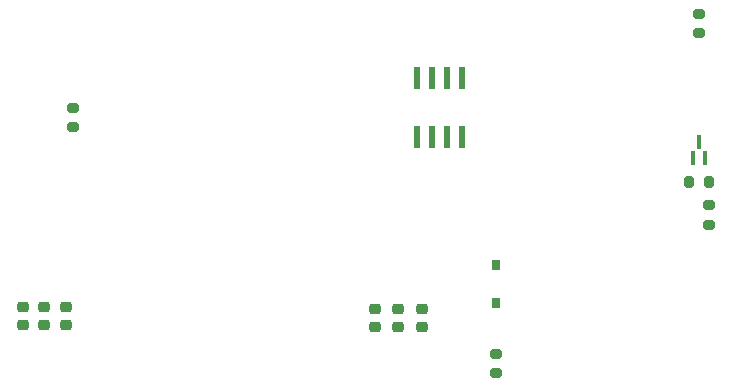
<source format=gbr>
%TF.GenerationSoftware,KiCad,Pcbnew,8.0.6*%
%TF.CreationDate,2025-05-19T10:35:06-04:00*%
%TF.ProjectId,CAEN_NEVIS_DAQ_12V,4341454e-5f4e-4455-9649-535f4441515f,rev?*%
%TF.SameCoordinates,Original*%
%TF.FileFunction,Paste,Bot*%
%TF.FilePolarity,Positive*%
%FSLAX46Y46*%
G04 Gerber Fmt 4.6, Leading zero omitted, Abs format (unit mm)*
G04 Created by KiCad (PCBNEW 8.0.6) date 2025-05-19 10:35:06*
%MOMM*%
%LPD*%
G01*
G04 APERTURE LIST*
G04 Aperture macros list*
%AMRoundRect*
0 Rectangle with rounded corners*
0 $1 Rounding radius*
0 $2 $3 $4 $5 $6 $7 $8 $9 X,Y pos of 4 corners*
0 Add a 4 corners polygon primitive as box body*
4,1,4,$2,$3,$4,$5,$6,$7,$8,$9,$2,$3,0*
0 Add four circle primitives for the rounded corners*
1,1,$1+$1,$2,$3*
1,1,$1+$1,$4,$5*
1,1,$1+$1,$6,$7*
1,1,$1+$1,$8,$9*
0 Add four rect primitives between the rounded corners*
20,1,$1+$1,$2,$3,$4,$5,0*
20,1,$1+$1,$4,$5,$6,$7,0*
20,1,$1+$1,$6,$7,$8,$9,0*
20,1,$1+$1,$8,$9,$2,$3,0*%
G04 Aperture macros list end*
%ADD10RoundRect,0.225000X-0.250000X0.225000X-0.250000X-0.225000X0.250000X-0.225000X0.250000X0.225000X0*%
%ADD11RoundRect,0.200000X0.200000X0.275000X-0.200000X0.275000X-0.200000X-0.275000X0.200000X-0.275000X0*%
%ADD12R,0.711200X0.914400*%
%ADD13RoundRect,0.200000X0.275000X-0.200000X0.275000X0.200000X-0.275000X0.200000X-0.275000X-0.200000X0*%
%ADD14R,0.558800X1.981200*%
%ADD15RoundRect,0.200000X-0.275000X0.200000X-0.275000X-0.200000X0.275000X-0.200000X0.275000X0.200000X0*%
%ADD16R,0.350800X1.161200*%
G04 APERTURE END LIST*
D10*
%TO.C,C2*%
X150600000Y-96685000D03*
X150600000Y-98235000D03*
%TD*%
D11*
%TO.C,R29*%
X206875000Y-86180000D03*
X205225000Y-86180000D03*
%TD*%
D12*
%TO.C,D1*%
X188850000Y-96395600D03*
X188850000Y-93144400D03*
%TD*%
D13*
%TO.C,R3*%
X153000000Y-81495000D03*
X153000000Y-79845000D03*
%TD*%
D10*
%TO.C,C5*%
X180530000Y-96895000D03*
X180530000Y-98445000D03*
%TD*%
D14*
%TO.C,U7*%
X182135000Y-77376200D03*
X183405000Y-77376200D03*
X184675000Y-77376200D03*
X185945000Y-77376200D03*
X185945000Y-82303800D03*
X184675000Y-82303800D03*
X183405000Y-82303800D03*
X182135000Y-82303800D03*
%TD*%
D15*
%TO.C,R11*%
X188860000Y-100665000D03*
X188860000Y-102315000D03*
%TD*%
%TO.C,R27*%
X206070000Y-71885000D03*
X206070000Y-73535000D03*
%TD*%
D13*
%TO.C,R28*%
X206870000Y-89775000D03*
X206870000Y-88125000D03*
%TD*%
D10*
%TO.C,C1*%
X152400000Y-96685000D03*
X152400000Y-98235000D03*
%TD*%
%TO.C,C4*%
X178580000Y-96895000D03*
X178580000Y-98445000D03*
%TD*%
%TO.C,C6*%
X182560000Y-96875000D03*
X182560000Y-98425000D03*
%TD*%
%TO.C,C3*%
X148800000Y-96685000D03*
X148800000Y-98235000D03*
%TD*%
D16*
%TO.C,M3*%
X206560000Y-84070000D03*
X205560002Y-84070000D03*
X206060001Y-82720000D03*
%TD*%
M02*

</source>
